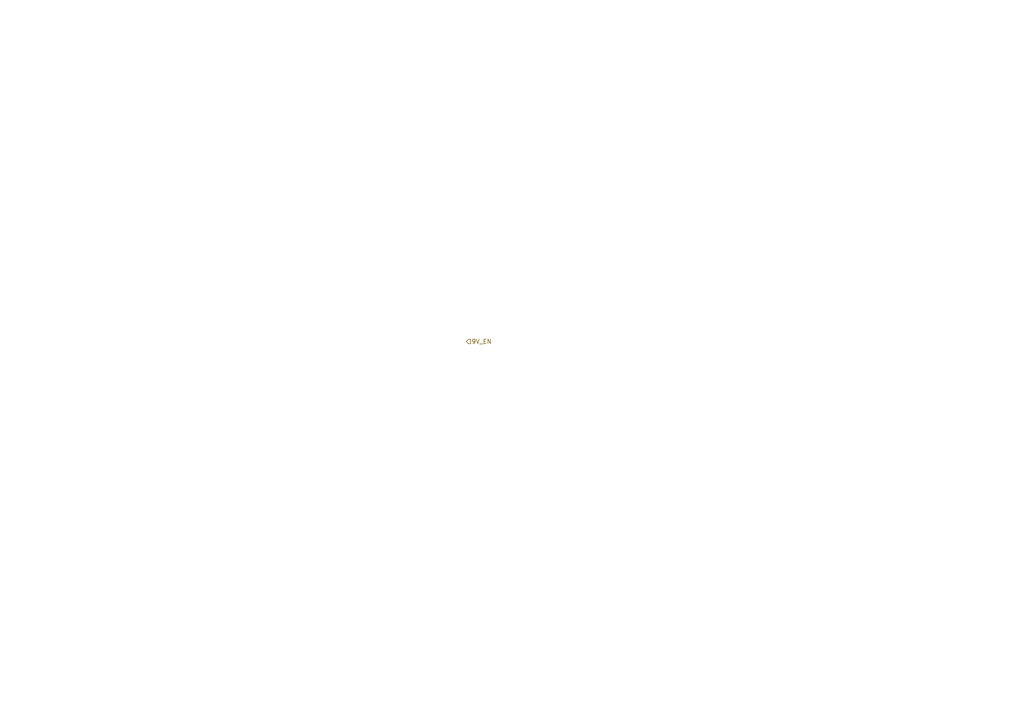
<source format=kicad_sch>
(kicad_sch (version 20211123) (generator eeschema)
  (paper "A4")
  (lib_symbols)
  (hierarchical_label "9V_EN" (shape input) (at 135.255 99.06 0))
)
</source>
